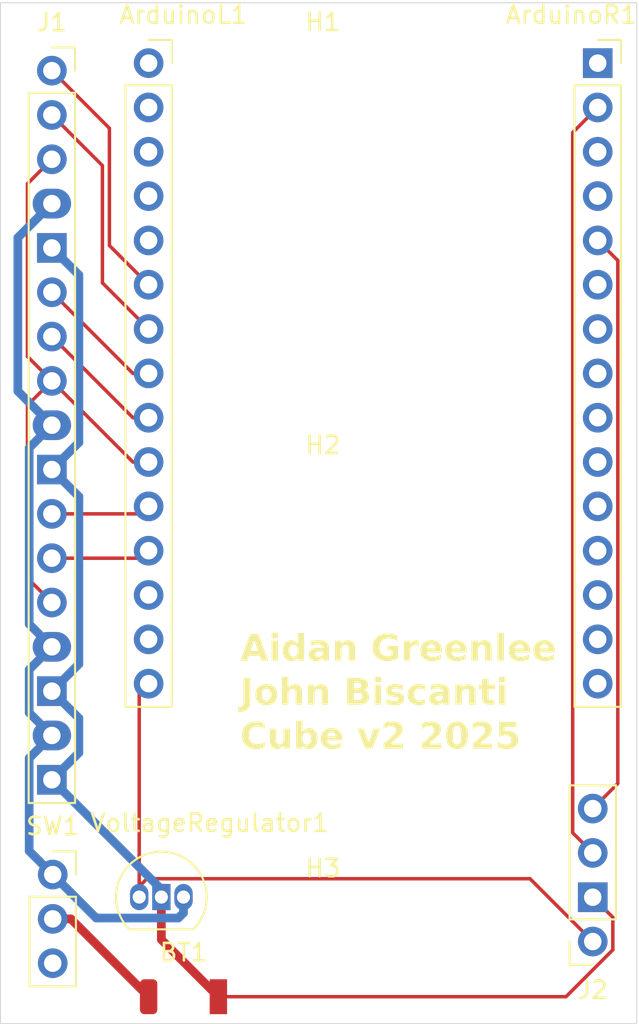
<source format=kicad_pcb>
(kicad_pcb (version 20241229) (generator "pcbnew") (generator_version "9.0")
  (layers (0 "F.Cu" signal) (2 "B.Cu" signal) (13 "F.Paste" user) (15 "B.Paste" user) (5 "F.SilkS" user "F.Silkscreen") (7 "B.SilkS" user "B.Silkscreen") (1 "F.Mask" user) (3 "B.Mask" user) (25 "Edge.Cuts" user))
  (net 0 "")
  (net 1 "Net-(ArduinoL1-D33)")
  (net 8 "Net-(ArduinoL1-D14)")
  (net 10 "Net-(ArduinoL1-D12)")
  (net 11 "Net-(ArduinoL1-D26)")
  (net 12 "Net-(ArduinoL1-D25)")
  (net 13 "Net-(ArduinoL1-D32)")
  (net 19 "Net-(ArduinoR1-D21)")
  (net 22 "Net-(ArduinoR1-D22)")
  (net 29 "Net-(J1-12VIN)")
  (net 31 "/5V")
  (net 32 "GND")
  (net 33 "/Brake")
  (net 34 "Net-(BT1-+)")
  (footprint "CustomFootprints:SolderWirePad_1x02_SMD_1x2mm" (layer "F.Cu") (at 33.5 81.46)
    (property "Reference" "BT1" (at 0 -2.54 0) (layer "F.SilkS"))
    (property "Value" "Battery")
    (pad "1" smd roundrect (at -2 0) (size 1 2) (layers "F.Cu" "F.Mask" "F.Paste") (net 34 "Net-(BT1-+)"))
    (pad "2" smd rect (at 2 0) (size 1 2) (layers "F.Cu" "F.Mask" "F.Paste") (net 32 "GND"))
  )
  (footprint "MountingHole:MountingHole_3.2mm_M3" (layer "F.Cu") (at 41.5 78.25)
    (property "Reference" "H3" (at 0 -4.15 0) (layer "F.SilkS"))
    (property "Value" "MountingHole" (hide yes))
    (pad "" np_thru_hole circle (at 0 0) (size 3.2 3.2) (drill 3.2) (layers "*.Cu" "*.Mask"))
  )
  (footprint "Connector_PinSocket_2.54mm:PinSocket_1x15_P2.54mm_Vertical" (layer "F.Cu") (at 31.5 27.96)
    (property "Reference" "ArduinoL1" (at 2 -2.77 0) (layer "F.SilkS"))
    (property "Value" "ArduinoL")
    (fp_line (start -1.33 1.27) (end -1.33 36.89) (stroke (width 0.12)) (layer "F.SilkS"))
    (fp_line (start -1.33 1.27) (end 1.33 1.27) (stroke (width 0.12)) (layer "F.SilkS"))
    (fp_line (start -1.33 36.89) (end 1.33 36.89) (stroke (width 0.12)) (layer "F.SilkS"))
    (fp_line (start 0 -1.33) (end 1.33 -1.33) (stroke (width 0.12)) (layer "F.SilkS"))
    (fp_line (start 1.33 -1.33) (end 1.33 0) (stroke (width 0.12)) (layer "F.SilkS"))
    (fp_line (start 1.33 1.27) (end 1.33 36.89) (stroke (width 0.12)) (layer "F.SilkS"))
    (pad "1" thru_hole circle (at 0 0) (size 1.7 1.7) (drill 1) (layers "*.Cu" "*.Mask"))
    (pad "2" thru_hole circle (at 0 2.54) (size 1.7 1.7) (drill 1) (layers "*.Cu" "*.Mask"))
    (pad "3" thru_hole circle (at 0 5.08) (size 1.7 1.7) (drill 1) (layers "*.Cu" "*.Mask"))
    (pad "4" thru_hole circle (at 0 7.62) (size 1.7 1.7) (drill 1) (layers "*.Cu" "*.Mask"))
    (pad "5" thru_hole circle (at 0 10.16) (size 1.7 1.7) (drill 1) (layers "*.Cu" "*.Mask"))
    (pad "6" thru_hole circle (at 0 12.7) (size 1.7 1.7) (drill 1) (layers "*.Cu" "*.Mask") (net 13 "Net-(ArduinoL1-D32)"))
    (pad "7" thru_hole circle (at 0 15.24) (size 1.7 1.7) (drill 1) (layers "*.Cu" "*.Mask") (net 1 "Net-(ArduinoL1-D33)"))
    (pad "8" thru_hole circle (at 0 17.78) (size 1.7 1.7) (drill 1) (layers "*.Cu" "*.Mask") (net 12 "Net-(ArduinoL1-D25)"))
    (pad "9" thru_hole circle (at 0 20.32) (size 1.7 1.7) (drill 1) (layers "*.Cu" "*.Mask") (net 11 "Net-(ArduinoL1-D26)"))
    (pad "10" thru_hole circle (at 0 22.86) (size 1.7 1.7) (drill 1) (layers "*.Cu" "*.Mask") (net 33 "/Brake"))
    (pad "11" thru_hole circle (at 0 25.4) (size 1.7 1.7) (drill 1) (layers "*.Cu" "*.Mask") (net 8 "Net-(ArduinoL1-D14)"))
    (pad "12" thru_hole circle (at 0 27.94) (size 1.7 1.7) (drill 1) (layers "*.Cu" "*.Mask") (net 10 "Net-(ArduinoL1-D12)"))
    (pad "13" thru_hole circle (at 0 30.48) (size 1.7 1.7) (drill 1) (layers "*.Cu" "*.Mask"))
    (pad "14" thru_hole circle (at 0 33.02) (size 1.7 1.7) (drill 1) (layers "*.Cu" "*.Mask"))
    (pad "15" thru_hole circle (at 0 35.56) (size 1.7 1.7) (drill 1) (layers "*.Cu" "*.Mask") (net 31 "/5V"))
  )
  (footprint "Connector_PinSocket_2.54mm:PinSocket_1x03_P2.54mm_Vertical" (layer "F.Cu") (at 26 74.46)
    (property "Reference" "SW1" (at 0 -2.77 0) (layer "F.SilkS"))
    (property "Value" "SW_SPDT")
    (fp_line (start -1.33 1.27) (end -1.33 6.41) (stroke (width 0.12)) (layer "F.SilkS"))
    (fp_line (start -1.33 1.27) (end 1.33 1.27) (stroke (width 0.12)) (layer "F.SilkS"))
    (fp_line (start -1.33 6.41) (end 1.33 6.41) (stroke (width 0.12)) (layer "F.SilkS"))
    (fp_line (start 0 -1.33) (end 1.33 -1.33) (stroke (width 0.12)) (layer "F.SilkS"))
    (fp_line (start 1.33 -1.33) (end 1.33 0) (stroke (width 0.12)) (layer "F.SilkS"))
    (fp_line (start 1.33 1.27) (end 1.33 6.41) (stroke (width 0.12)) (layer "F.SilkS"))
    (pad "1" thru_hole circle (at 0 0) (size 1.7 1.7) (drill 1) (layers "*.Cu" "*.Mask") (net 29 "Net-(J1-12VIN)"))
    (pad "2" thru_hole circle (at 0 2.54) (size 1.7 1.7) (drill 1) (layers "*.Cu" "*.Mask") (net 34 "Net-(BT1-+)"))
    (pad "3" thru_hole circle (at 0 5.08) (size 1.7 1.7) (drill 1) (layers "*.Cu" "*.Mask"))
  )
  (footprint "Connector_PinSocket_2.54mm:PinSocket_1x15_P2.54mm_Vertical" (layer "F.Cu") (at 57.26 27.96)
    (property "Reference" "ArduinoR1" (at -1.51 -2.77 0) (layer "F.SilkS"))
    (property "Value" "ArduinoR")
    (fp_line (start -1.33 1.27) (end -1.33 36.89) (stroke (width 0.12)) (layer "F.SilkS"))
    (fp_line (start -1.33 1.27) (end 1.33 1.27) (stroke (width 0.12)) (layer "F.SilkS"))
    (fp_line (start -1.33 36.89) (end 1.33 36.89) (stroke (width 0.12)) (layer "F.SilkS"))
    (fp_line (start 0 -1.33) (end 1.33 -1.33) (stroke (width 0.12)) (layer "F.SilkS"))
    (fp_line (start 1.33 -1.33) (end 1.33 0) (stroke (width 0.12)) (layer "F.SilkS"))
    (fp_line (start 1.33 1.27) (end 1.33 36.89) (stroke (width 0.12)) (layer "F.SilkS"))
    (pad "1" thru_hole rect (at 0 0) (size 1.7 1.7) (drill 1) (layers "*.Cu" "*.Mask"))
    (pad "2" thru_hole circle (at 0 2.54) (size 1.7 1.7) (drill 1) (layers "*.Cu" "*.Mask") (net 22 "Net-(ArduinoR1-D22)"))
    (pad "3" thru_hole circle (at 0 5.08) (size 1.7 1.7) (drill 1) (layers "*.Cu" "*.Mask"))
    (pad "4" thru_hole circle (at 0 7.62) (size 1.7 1.7) (drill 1) (layers "*.Cu" "*.Mask"))
    (pad "5" thru_hole circle (at 0 10.16) (size 1.7 1.7) (drill 1) (layers "*.Cu" "*.Mask") (net 19 "Net-(ArduinoR1-D21)"))
    (pad "6" thru_hole circle (at 0 12.7) (size 1.7 1.7) (drill 1) (layers "*.Cu" "*.Mask"))
    (pad "7" thru_hole circle (at 0 15.24) (size 1.7 1.7) (drill 1) (layers "*.Cu" "*.Mask"))
    (pad "8" thru_hole circle (at 0 17.78) (size 1.7 1.7) (drill 1) (layers "*.Cu" "*.Mask"))
    (pad "9" thru_hole circle (at 0 20.32) (size 1.7 1.7) (drill 1) (layers "*.Cu" "*.Mask"))
    (pad "10" thru_hole circle (at 0 22.86) (size 1.7 1.7) (drill 1) (layers "*.Cu" "*.Mask"))
    (pad "11" thru_hole circle (at 0 25.4) (size 1.7 1.7) (drill 1) (layers "*.Cu" "*.Mask"))
    (pad "12" thru_hole circle (at 0 27.94) (size 1.7 1.7) (drill 1) (layers "*.Cu" "*.Mask"))
    (pad "13" thru_hole circle (at 0 30.48) (size 1.7 1.7) (drill 1) (layers "*.Cu" "*.Mask"))
    (pad "14" thru_hole circle (at 0 33.02) (size 1.7 1.7) (drill 1) (layers "*.Cu" "*.Mask"))
    (pad "15" thru_hole circle (at 0 35.56) (size 1.7 1.7) (drill 1) (layers "*.Cu" "*.Mask"))
  )
  (footprint "MountingHole:MountingHole_3.2mm_M3" (layer "F.Cu") (at 41.5 54)
    (property "Reference" "H2" (at 0 -4.15 0) (layer "F.SilkS"))
    (property "Value" "MountingHole" (hide yes))
    (pad "" np_thru_hole circle (at 0 0) (size 3.2 3.2) (drill 3.2) (layers "*.Cu" "*.Mask"))
  )
  (footprint "Package_TO_SOT_THT:TO-92_Inline" (layer "F.Cu") (at 30.96 75.75)
    (property "Reference" "VoltageRegulator1" (at 4.04 -4.25 0) (layer "F.SilkS"))
    (property "Value" "L78L05_TO92")
    (fp_line (start -0.53 1.85) (end 3.07 1.85) (stroke (width 0.12)) (layer "F.SilkS"))
    (fp_arc (start -0.568478 1.838478) (mid -1.132087 -0.994977) (end 1.27 -2.6) (stroke (width 0.12)) (layer "F.SilkS"))
    (fp_arc (start 1.27 -2.6) (mid 3.672087 -0.994977) (end 3.108478 1.838478) (stroke (width 0.12)) (layer "F.SilkS"))
    (pad "1" thru_hole oval (at 0 0) (size 1.05 1.5) (drill 0.75) (layers "*.Cu" "*.Mask") (net 31 "/5V"))
    (pad "2" thru_hole rect (at 1.27 0) (size 1.05 1.5) (drill 0.75) (layers "*.Cu" "*.Mask") (net 32 "GND"))
    (pad "3" thru_hole oval (at 2.54 0) (size 1.05 1.5) (drill 0.75) (layers "*.Cu" "*.Mask") (net 29 "Net-(J1-12VIN)"))
  )
  (footprint "Connector_PinSocket_2.54mm:PinSocket_1x04_P2.54mm_Vertical" (layer "F.Cu") (at 56.975 78.3 180)
    (property "Reference" "J2" (at 0 -2.77 0) (layer "F.SilkS"))
    (property "Value" "IMU")
    (fp_line (start 1.33 1.27) (end 1.33 8.95) (stroke (width 0.12)) (layer "F.SilkS"))
    (fp_line (start 1.33 -1.33) (end 1.33 0) (stroke (width 0.12)) (layer "F.SilkS"))
    (fp_line (start 0 -1.33) (end 1.33 -1.33) (stroke (width 0.12)) (layer "F.SilkS"))
    (fp_line (start -1.33 8.95) (end 1.33 8.95) (stroke (width 0.12)) (layer "F.SilkS"))
    (fp_line (start -1.33 1.27) (end 1.33 1.27) (stroke (width 0.12)) (layer "F.SilkS"))
    (fp_line (start -1.33 1.27) (end -1.33 8.95) (stroke (width 0.12)) (layer "F.SilkS"))
    (pad "1" thru_hole circle (at 0 0 180) (size 1.7 1.7) (drill 1) (layers "*.Cu" "*.Mask") (net 31 "/5V"))
    (pad "2" thru_hole rect (at 0 2.54 180) (size 1.7 1.7) (drill 1) (layers "*.Cu" "*.Mask") (net 32 "GND"))
    (pad "3" thru_hole circle (at 0 5.08 180) (size 1.7 1.7) (drill 1) (layers "*.Cu" "*.Mask") (net 22 "Net-(ArduinoR1-D22)"))
    (pad "4" thru_hole circle (at 0 7.62 180) (size 1.7 1.7) (drill 1) (layers "*.Cu" "*.Mask") (net 19 "Net-(ArduinoR1-D21)"))
  )
  (footprint "Connector_PinSocket_2.54mm:PinSocket_1x17_P2.54mm_Vertical" (layer "F.Cu") (at 25.95 28.39)
    (property "Reference" "J1" (at 0 -2.77 0) (layer "F.SilkS"))
    (property "Value" "Motor and Power")
    (fp_line (start -1.33 1.27) (end -1.33 41.97) (stroke (width 0.12)) (layer "F.SilkS"))
    (fp_line (start -1.33 1.27) (end 1.33 1.27) (stroke (width 0.12)) (layer "F.SilkS"))
    (fp_line (start -1.33 41.97) (end 1.33 41.97) (stroke (width 0.12)) (layer "F.SilkS"))
    (fp_line (start 0 -1.33) (end 1.33 -1.33) (stroke (width 0.12)) (layer "F.SilkS"))
    (fp_line (start 1.33 -1.33) (end 1.33 0) (stroke (width 0.12)) (layer "F.SilkS"))
    (fp_line (start 1.33 1.27) (end 1.33 41.97) (stroke (width 0.12)) (layer "F.SilkS"))
    (pad "1" thru_hole circle (at 0 0) (size 1.7 1.7) (drill 1) (layers "*.Cu" "*.Mask") (net 13 "Net-(ArduinoL1-D32)"))
    (pad "2" thru_hole circle (at 0 2.54) (size 1.7 1.7) (drill 1) (layers "*.Cu" "*.Mask") (net 1 "Net-(ArduinoL1-D33)"))
    (pad "3" thru_hole circle (at 0 5.08) (size 1.7 1.7) (drill 1) (layers "*.Cu" "*.Mask") (net 33 "/Brake"))
    (pad "4" thru_hole oval (at 0 7.62) (size 2.2 1.7) (drill 1) (layers "*.Cu" "*.Mask") (net 29 "Net-(J1-12VIN)"))
    (pad "5" thru_hole rect (at 0 10.16) (size 1.7 1.7) (drill 1) (layers "*.Cu" "*.Mask") (net 32 "GND"))
    (pad "6" thru_hole circle (at 0 12.7) (size 1.7 1.7) (drill 1) (layers "*.Cu" "*.Mask") (net 12 "Net-(ArduinoL1-D25)"))
    (pad "7" thru_hole circle (at 0 15.24) (size 1.7 1.7) (drill 1) (layers "*.Cu" "*.Mask") (net 11 "Net-(ArduinoL1-D26)"))
    (pad "8" thru_hole circle (at 0 17.78) (size 1.7 1.7) (drill 1) (layers "*.Cu" "*.Mask") (net 33 "/Brake"))
    (pad "9" thru_hole oval (at 0 20.32) (size 2.2 1.7) (drill 1) (layers "*.Cu" "*.Mask") (net 29 "Net-(J1-12VIN)"))
    (pad "10" thru_hole rect (at 0 22.86) (size 1.7 1.7) (drill 1) (layers "*.Cu" "*.Mask") (net 32 "GND"))
    (pad "11" thru_hole circle (at 0 25.4) (size 1.7 1.7) (drill 1) (layers "*.Cu" "*.Mask") (net 8 "Net-(ArduinoL1-D14)"))
    (pad "12" thru_hole circle (at 0 27.94) (size 1.7 1.7) (drill 1) (layers "*.Cu" "*.Mask") (net 10 "Net-(ArduinoL1-D12)"))
    (pad "13" thru_hole circle (at 0 30.48) (size 1.7 1.7) (drill 1) (layers "*.Cu" "*.Mask") (net 33 "/Brake"))
    (pad "14" thru_hole oval (at 0 33.02) (size 2.2 1.7) (drill 1) (layers "*.Cu" "*.Mask") (net 29 "Net-(J1-12VIN)"))
    (pad "15" thru_hole rect (at 0 35.56) (size 1.7 1.7) (drill 1) (layers "*.Cu" "*.Mask") (net 32 "GND"))
    (pad "16" thru_hole oval (at 0 38.1) (size 2.2 1.7) (drill 1) (layers "*.Cu" "*.Mask") (net 29 "Net-(J1-12VIN)"))
    (pad "17" thru_hole rect (at 0 40.64) (size 1.7 1.7) (drill 1) (layers "*.Cu" "*.Mask") (net 32 "GND"))
  )
  (footprint "MountingHole:MountingHole_3.2mm_M3" (layer "F.Cu") (at 41.5 29.75)
    (property "Reference" "H1" (at 0 -4.15 0) (layer "F.SilkS"))
    (property "Value" "MountingHole" (hide yes))
    (pad "" np_thru_hole circle (at 0 0) (size 3.2 3.2) (drill 3.2) (layers "*.Cu" "*.Mask"))
  )
  (gr_rect (start 23 24.5) (end 59.5 83) (stroke (width 0.05)) (fill no) (layer "Edge.Cuts"))
  (gr_text "Aidan Greenlee\nJohn Biscanti\nCube v2 2025" (at 36.75 67.5 0) (layer "F.SilkS") (effects (font (size 1.5 1.5) (thickness 0.3) (bold yes)) (justify left bottom)))
  (segment (start 28.849 33.829) (end 25.95 30.93) (width 0.2) (layer "F.Cu") (net 1))
  (segment (start 28.849 40.549) (end 28.849 33.829) (width 0.2) (layer "F.Cu") (net 1))
  (segment (start 31.5 43.2) (end 28.849 40.549) (width 0.2) (layer "F.Cu") (net 1))
  (segment (start 25.95 53.79) (end 31.07 53.79) (width 0.2) (layer "F.Cu") (net 8))
  (segment (start 31.07 53.79) (end 31.5 53.36) (width 0.2) (layer "F.Cu") (net 8))
  (segment (start 31.07 56.33) (end 31.5 55.9) (width 0.2) (layer "F.Cu") (net 10))
  (segment (start 25.95 56.33) (end 31.07 56.33) (width 0.2) (layer "F.Cu") (net 10))
  (segment (start 30.6 48.28) (end 31.5 48.28) (width 0.2) (layer "F.Cu") (net 11))
  (segment (start 25.95 43.63) (end 30.6 48.28) (width 0.2) (layer "F.Cu") (net 11))
  (segment (start 25.95 41.09) (end 30.6 45.74) (width 0.2) (layer "F.Cu") (net 12))
  (segment (start 30.6 45.74) (end 31.5 45.74) (width 0.2) (layer "F.Cu") (net 12))
  (segment (start 25.95 28.39) (end 29.25 31.69) (width 0.2) (layer "F.Cu") (net 13))
  (segment (start 29.25 38.41) (end 31.5 40.66) (width 0.2) (layer "F.Cu") (net 13))
  (segment (start 29.25 31.69) (end 29.25 38.41) (width 0.2) (layer "F.Cu") (net 13))
  (segment (start 58.411 39.271) (end 58.411 69.244) (width 0.2) (layer "F.Cu") (net 19))
  (segment (start 58.411 69.244) (end 56.975 70.68) (width 0.2) (layer "F.Cu") (net 19))
  (segment (start 57.26 38.12) (end 58.411 39.271) (width 0.2) (layer "F.Cu") (net 19))
  (segment (start 55.824 72.069) (end 56.975 73.22) (width 0.2) (layer "F.Cu") (net 22))
  (segment (start 57.26 30.5) (end 55.824 31.936) (width 0.2) (layer "F.Cu") (net 22))
  (segment (start 55.824 31.936) (end 55.824 72.069) (width 0.2) (layer "F.Cu") (net 22))
  (segment (start 24.649 67.791) (end 25.95 66.49) (width 0.5) (layer "B.Cu") (net 29))
  (segment (start 25.95 61.41) (end 24.649 60.109) (width 0.5) (layer "B.Cu") (net 29))
  (segment (start 24.649 60.109) (end 24.649 50.011) (width 0.5) (layer "B.Cu") (net 29))
  (segment (start 25.95 66.49) (end 24.649 65.189) (width 0.5) (layer "B.Cu") (net 29))
  (segment (start 33.206 76.951) (end 33.5 76.657) (width 0.5) (layer "B.Cu") (net 29))
  (segment (start 24.649 62.711) (end 25.95 61.41) (width 0.5) (layer "B.Cu") (net 29))
  (segment (start 24.649 65.189) (end 24.649 62.711) (width 0.5) (layer "B.Cu") (net 29))
  (segment (start 24.649 73.109) (end 24.649 67.791) (width 0.5) (layer "B.Cu") (net 29))
  (segment (start 24 37.96) (end 25.95 36.01) (width 0.5) (layer "B.Cu") (net 29))
  (segment (start 28.491 76.951) (end 33.206 76.951) (width 0.5) (layer "B.Cu") (net 29))
  (segment (start 25.95 48.71) (end 24 46.76) (width 0.5) (layer "B.Cu") (net 29))
  (segment (start 24.649 50.011) (end 25.95 48.71) (width 0.5) (layer "B.Cu") (net 29))
  (segment (start 33.5 76.657) (end 33.5 75.75) (width 0.5) (layer "B.Cu") (net 29))
  (segment (start 26 74.46) (end 28.491 76.951) (width 0.5) (layer "B.Cu") (net 29))
  (segment (start 24 46.76) (end 24 37.96) (width 0.5) (layer "B.Cu") (net 29))
  (segment (start 26 74.46) (end 24.649 73.109) (width 0.5) (layer "B.Cu") (net 29))
  (segment (start 56.975 78.3) (end 53.374 74.699) (width 0.2) (layer "F.Cu") (net 31))
  (segment (start 30.96 64.06) (end 30.96 75.75) (width 0.2) (layer "F.Cu") (net 31))
  (segment (start 31.5 63.52) (end 30.96 64.06) (width 0.2) (layer "F.Cu") (net 31))
  (segment (start 31.404 74.699) (end 30.96 75.143) (width 0.2) (layer "F.Cu") (net 31))
  (segment (start 53.374 74.699) (end 31.404 74.699) (width 0.2) (layer "F.Cu") (net 31))
  (segment (start 30.96 75.143) (end 30.96 75.75) (width 0.2) (layer "F.Cu") (net 31))
  (segment (start 56.975 75.76) (end 58.126 76.911) (width 0.2) (layer "F.Cu") (net 32))
  (segment (start 58.126 78.77676) (end 55.44276 81.46) (width 0.2) (layer "F.Cu") (net 32))
  (segment (start 35.5 81.46) (end 32.23 78.19) (width 0.5) (layer "F.Cu") (net 32))
  (segment (start 58.126 76.911) (end 58.126 78.77676) (width 0.2) (layer "F.Cu") (net 32))
  (segment (start 55.44276 81.46) (end 35.5 81.46) (width 0.2) (layer "F.Cu") (net 32))
  (segment (start 32.23 78.19) (end 32.23 75.75) (width 0.5) (layer "F.Cu") (net 32))
  (segment (start 25.95 69.03) (end 27.501 67.479) (width 0.5) (layer "B.Cu") (net 32))
  (segment (start 27.501 62.399) (end 25.95 63.95) (width 0.5) (layer "B.Cu") (net 32))
  (segment (start 27.501 65.501) (end 25.95 63.95) (width 0.5) (layer "B.Cu") (net 32))
  (segment (start 32.23 75.31) (end 32.23 75.75) (width 0.5) (layer "B.Cu") (net 32))
  (segment (start 27.501 52.801) (end 27.501 62.399) (width 0.5) (layer "B.Cu") (net 32))
  (segment (start 25.95 69.03) (end 32.23 75.31) (width 0.5) (layer "B.Cu") (net 32))
  (segment (start 27.501 49.699) (end 25.95 51.25) (width 0.5) (layer "B.Cu") (net 32))
  (segment (start 27.501 67.479) (end 27.501 65.501) (width 0.5) (layer "B.Cu") (net 32))
  (segment (start 25.95 51.25) (end 27.501 52.801) (width 0.5) (layer "B.Cu") (net 32))
  (segment (start 27.501 40.101) (end 27.501 49.699) (width 0.5) (layer "B.Cu") (net 32))
  (segment (start 25.95 38.55) (end 27.501 40.101) (width 0.5) (layer "B.Cu") (net 32))
  (segment (start 24.549 34.871) (end 25.95 33.47) (width 0.2) (layer "F.Cu") (net 33))
  (segment (start 30.6 50.82) (end 31.5 50.82) (width 0.2) (layer "F.Cu") (net 33))
  (segment (start 24.549 44.769) (end 24.549 34.871) (width 0.2) (layer "F.Cu") (net 33))
  (segment (start 25.95 46.17) (end 24.549 44.769) (width 0.2) (layer "F.Cu") (net 33))
  (segment (start 25.95 46.17) (end 30.6 50.82) (width 0.2) (layer "F.Cu") (net 33))
  (segment (start 24.549 47.571) (end 25.95 46.17) (width 0.2) (layer "F.Cu") (net 33))
  (segment (start 24.549 57.469) (end 24.549 47.571) (width 0.2) (layer "F.Cu") (net 33))
  (segment (start 25.95 58.87) (end 24.549 57.469) (width 0.2) (layer "F.Cu") (net 33))
  (segment (start 27.04 77) (end 26 77) (width 0.5) (layer "F.Cu") (net 34))
  (segment (start 31.5 81.46) (end 27.04 77) (width 0.5) (layer "F.Cu") (net 34))
)
</source>
